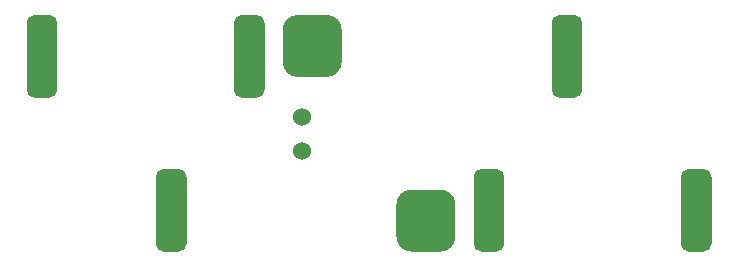
<source format=gts>
%TF.GenerationSoftware,KiCad,Pcbnew,(5.1.9-0-10_14)*%
%TF.CreationDate,2021-09-11T10:50:20-05:00*%
%TF.ProjectId,OwlSat_Zbot_Panel,4f776c53-6174-45f5-9a62-6f745f50616e,rev?*%
%TF.SameCoordinates,Original*%
%TF.FileFunction,Soldermask,Top*%
%TF.FilePolarity,Negative*%
%FSLAX46Y46*%
G04 Gerber Fmt 4.6, Leading zero omitted, Abs format (unit mm)*
G04 Created by KiCad (PCBNEW (5.1.9-0-10_14)) date 2021-09-11 10:50:20*
%MOMM*%
%LPD*%
G01*
G04 APERTURE LIST*
%ADD10C,1.524000*%
G04 APERTURE END LIST*
D10*
%TO.C,REF\u002A\u002A*%
X143950000Y-83640000D03*
X143930000Y-80810000D03*
%TD*%
%TO.C,U1*%
G36*
G01*
X123230000Y-72800000D02*
X123230000Y-78500000D01*
G75*
G02*
X122580000Y-79150000I-650000J0D01*
G01*
X121280000Y-79150000D01*
G75*
G02*
X120630000Y-78500000I0J650000D01*
G01*
X120630000Y-72800000D01*
G75*
G02*
X121280000Y-72150000I650000J0D01*
G01*
X122580000Y-72150000D01*
G75*
G02*
X123230000Y-72800000I0J-650000D01*
G01*
G37*
G36*
G01*
X140780000Y-72800000D02*
X140780000Y-78500000D01*
G75*
G02*
X140130000Y-79150000I-650000J0D01*
G01*
X138830000Y-79150000D01*
G75*
G02*
X138180000Y-78500000I0J650000D01*
G01*
X138180000Y-72800000D01*
G75*
G02*
X138830000Y-72150000I650000J0D01*
G01*
X140130000Y-72150000D01*
G75*
G02*
X140780000Y-72800000I0J-650000D01*
G01*
G37*
G36*
G01*
X147310000Y-73395000D02*
X147310000Y-76145000D01*
G75*
G02*
X146060000Y-77395000I-1250000J0D01*
G01*
X143560000Y-77395000D01*
G75*
G02*
X142310000Y-76145000I0J1250000D01*
G01*
X142310000Y-73395000D01*
G75*
G02*
X143560000Y-72145000I1250000J0D01*
G01*
X146060000Y-72145000D01*
G75*
G02*
X147310000Y-73395000I0J-1250000D01*
G01*
G37*
G36*
G01*
X167680000Y-72800000D02*
X167680000Y-78500000D01*
G75*
G02*
X167030000Y-79150000I-650000J0D01*
G01*
X165730000Y-79150000D01*
G75*
G02*
X165080000Y-78500000I0J650000D01*
G01*
X165080000Y-72800000D01*
G75*
G02*
X165730000Y-72150000I650000J0D01*
G01*
X167030000Y-72150000D01*
G75*
G02*
X167680000Y-72800000I0J-650000D01*
G01*
G37*
%TD*%
%TO.C,U2*%
G36*
G01*
X131570000Y-91530000D02*
X131570000Y-85830000D01*
G75*
G02*
X132220000Y-85180000I650000J0D01*
G01*
X133520000Y-85180000D01*
G75*
G02*
X134170000Y-85830000I0J-650000D01*
G01*
X134170000Y-91530000D01*
G75*
G02*
X133520000Y-92180000I-650000J0D01*
G01*
X132220000Y-92180000D01*
G75*
G02*
X131570000Y-91530000I0J650000D01*
G01*
G37*
G36*
G01*
X151940000Y-90935000D02*
X151940000Y-88185000D01*
G75*
G02*
X153190000Y-86935000I1250000J0D01*
G01*
X155690000Y-86935000D01*
G75*
G02*
X156940000Y-88185000I0J-1250000D01*
G01*
X156940000Y-90935000D01*
G75*
G02*
X155690000Y-92185000I-1250000J0D01*
G01*
X153190000Y-92185000D01*
G75*
G02*
X151940000Y-90935000I0J1250000D01*
G01*
G37*
G36*
G01*
X158470000Y-91530000D02*
X158470000Y-85830000D01*
G75*
G02*
X159120000Y-85180000I650000J0D01*
G01*
X160420000Y-85180000D01*
G75*
G02*
X161070000Y-85830000I0J-650000D01*
G01*
X161070000Y-91530000D01*
G75*
G02*
X160420000Y-92180000I-650000J0D01*
G01*
X159120000Y-92180000D01*
G75*
G02*
X158470000Y-91530000I0J650000D01*
G01*
G37*
G36*
G01*
X176020000Y-91530000D02*
X176020000Y-85830000D01*
G75*
G02*
X176670000Y-85180000I650000J0D01*
G01*
X177970000Y-85180000D01*
G75*
G02*
X178620000Y-85830000I0J-650000D01*
G01*
X178620000Y-91530000D01*
G75*
G02*
X177970000Y-92180000I-650000J0D01*
G01*
X176670000Y-92180000D01*
G75*
G02*
X176020000Y-91530000I0J650000D01*
G01*
G37*
%TD*%
M02*

</source>
